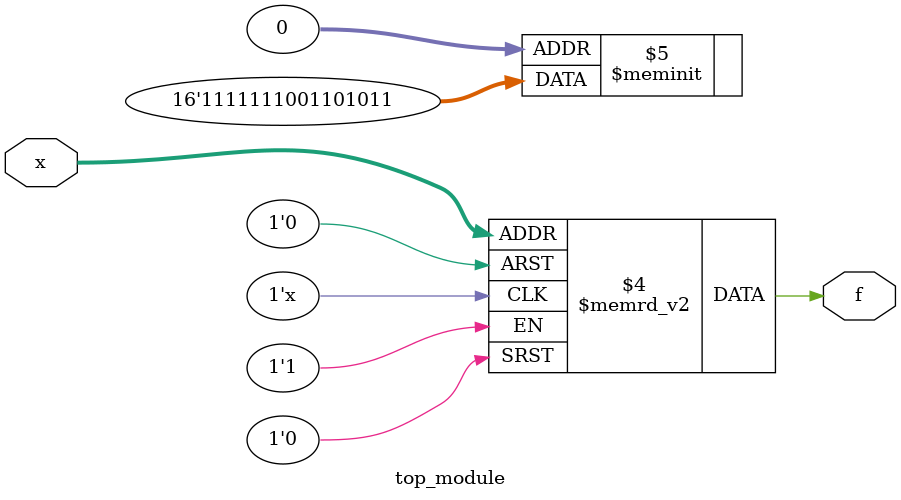
<source format=sv>
module top_module (
    input [4:1] x,
    output logic f
);

    always_comb begin
        case (x)
            4'b0000, 4'b0001, 4'b0011, 4'b0101, 4'b0110, 4'b1001, 4'b1010, 4'b1011, 4'b1100, 4'b1101, 4'b1110, 4'b1111:
                f = 1;
            default:
                f = 0;
        endcase
    end

endmodule

</source>
